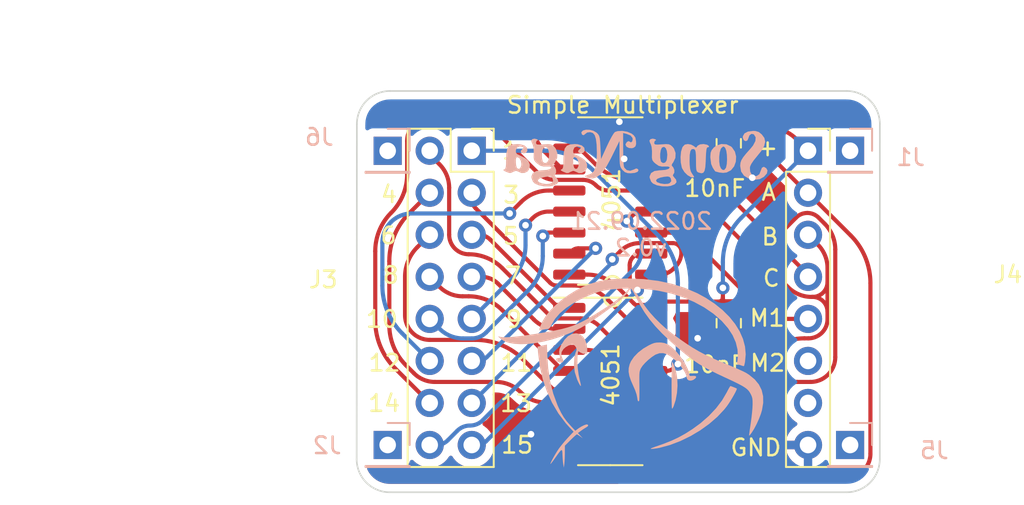
<source format=kicad_pcb>
(kicad_pcb (version 20211014) (generator pcbnew)
  (layers (0 "F.Cu" signal) (31 "B.Cu" signal) (34 "B.Paste" user) (35 "F.Paste" user) (36 "B.SilkS" user "B.Silkscreen") (37 "F.SilkS" user "F.Silkscreen") (38 "B.Mask" user) (39 "F.Mask" user) (44 "Edge.Cuts" user))
  (net 0 "")
  (net 1 "+3V3_A")
  (net 2 "GND")
  (net 3 "DRIFT")
  (net 4 "SHIFT")
  (net 5 "HOWL")
  (net 6 "SLITHER")
  (net 7 "CHANNEL_SELECT_A")
  (net 8 "CHANNEL_SELECT_B")
  (net 9 "CHANNEL_SELECT_C")
  (net 10 "MUX_1_SIGNAL")
  (net 11 "MUX_2_SIGNAL")
  (net 17 "GROWL")
  (net 18 "R")
  (net 19 "D")
  (net 20 "A")
  (net 21 "S")
  (net 22 "PD_MOD")
  (net 23 "PS_MOD")
  (net 24 "PH_MOD")
  (net 25 "SD_MOD")
  (net 26 "SS_MOD")
  (net 27 "SH_MOD")
  (net 28 "D|R")
  (footprint "Package_SO:SOIC-16_3.9x9.9mm_P1.27mm" (layer "F.Cu") (at 238.8 137.51 180)
    (fp_text reference "U2")
    (fp_text value "4051" (at -0.08 0.08 270) (layer "F.SilkS"))
    (pad "1" smd roundrect (at -2.475 -4.445 180) (size 1.95 0.6) (layers "F.Cu" "F.Paste" "F.Mask") (net 6 "SLITHER"))
    (pad "2" smd roundrect (at -2.475 -3.175 180) (size 1.95 0.6) (layers "F.Cu" "F.Paste" "F.Mask") (net 26 "SS_MOD"))
    (pad "3" smd roundrect (at -2.475 -1.905 180) (size 1.95 0.6) (layers "F.Cu" "F.Paste" "F.Mask") (net 10 "MUX_1_SIGNAL"))
    (pad "4" smd roundrect (at -2.475 -0.635 180) (size 1.95 0.6) (layers "F.Cu" "F.Paste" "F.Mask") (net 27 "SH_MOD"))
    (pad "5" smd roundrect (at -2.475 0.635 180) (size 1.95 0.6) (layers "F.Cu" "F.Paste" "F.Mask") (net 25 "SD_MOD"))
    (pad "6" smd roundrect (at -2.475 1.905 180) (size 1.95 0.6) (layers "F.Cu" "F.Paste" "F.Mask") (net 2 "GND"))
    (pad "7" smd roundrect (at -2.475 3.175 180) (size 1.95 0.6) (layers "F.Cu" "F.Paste" "F.Mask") (net 2 "GND"))
    (pad "8" smd roundrect (at -2.475 4.445 180) (size 1.95 0.6) (layers "F.Cu" "F.Paste" "F.Mask") (net 2 "GND"))
    (pad "9" smd roundrect (at 2.475 4.445 180) (size 1.95 0.6) (layers "F.Cu" "F.Paste" "F.Mask") (net 9 "CHANNEL_SELECT_C"))
    (pad "10" smd roundrect (at 2.475 3.175 180) (size 1.95 0.6) (layers "F.Cu" "F.Paste" "F.Mask") (net 8 "CHANNEL_SELECT_B"))
    (pad "11" smd roundrect (at 2.475 1.905 180) (size 1.95 0.6) (layers "F.Cu" "F.Paste" "F.Mask") (net 7 "CHANNEL_SELECT_A"))
    (pad "12" smd roundrect (at 2.475 0.635 180) (size 1.95 0.6) (layers "F.Cu" "F.Paste" "F.Mask") (net 24 "PH_MOD"))
    (pad "13" smd roundrect (at 2.475 -0.635 180) (size 1.95 0.6) (layers "F.Cu" "F.Paste" "F.Mask") (net 28 "D|R"))
    (pad "14" smd roundrect (at 2.475 -1.905 180) (size 1.95 0.6) (layers "F.Cu" "F.Paste" "F.Mask") (net 22 "PD_MOD"))
    (pad "15" smd roundrect (at 2.475 -3.175 180) (size 1.95 0.6) (layers "F.Cu" "F.Paste" "F.Mask") (net 23 "PS_MOD"))
    (pad "16" smd roundrect (at 2.475 -4.445 180) (size 1.95 0.6) (layers "F.Cu" "F.Paste" "F.Mask") (net 1 "+3V3_A"))
  )
  (footprint "Connector_PinSocket_2.54mm:PinSocket_1x08_P2.54mm_Vertical" (layer "F.Cu") (at 250.75 134.47)
    (fp_text reference "J4" (at 12.08 7.48) (layer "F.SilkS"))
    (fp_text value locked "Conn_01x08_Female")
    (pad "1" thru_hole rect (at 0 0) (size 1.7 1.7) (drill 1) (layers *.Cu *.Mask) (net 1 "+3V3_A"))
    (pad "2" thru_hole oval (at 0 2.54) (size 1.7 1.7) (drill 1) (layers *.Cu *.Mask) (net 7 "CHANNEL_SELECT_A"))
    (pad "3" thru_hole oval (at 0 5.08) (size 1.7 1.7) (drill 1) (layers *.Cu *.Mask) (net 8 "CHANNEL_SELECT_B"))
    (pad "4" thru_hole oval (at 0 7.62) (size 1.7 1.7) (drill 1) (layers *.Cu *.Mask) (net 9 "CHANNEL_SELECT_C"))
    (pad "5" thru_hole oval (at 0 10.16) (size 1.7 1.7) (drill 1) (layers *.Cu *.Mask) (net 10 "MUX_1_SIGNAL"))
    (pad "6" thru_hole oval (at 0 12.7) (size 1.7 1.7) (drill 1) (layers *.Cu *.Mask) (net 11 "MUX_2_SIGNAL"))
    (pad "7" thru_hole oval (at 0 15.24) (size 1.7 1.7) (drill 1) (layers *.Cu *.Mask))
    (pad "8" thru_hole oval (at 0 17.78) (size 1.7 1.7) (drill 1) (layers *.Cu *.Mask) (net 2 "GND"))
  )
  (footprint "Capacitor_SMD:C_0805_2012Metric" (layer "F.Cu") (at 245.96 144.89 -90)
    (fp_text reference "C2")
    (fp_text value "10nF" (at 2.5 0.85 180) (layer "F.SilkS"))
    (pad "1" smd roundrect (at -0.95 0 270) (size 1 1.45) (layers "F.Cu" "F.Paste" "F.Mask") (net 1 "+3V3_A"))
    (pad "2" smd roundrect (at 0.95 0 270) (size 1 1.45) (layers "F.Cu" "F.Paste" "F.Mask") (net 2 "GND"))
  )
  (footprint "Capacitor_SMD:C_0805_2012Metric" (layer "F.Cu") (at 245.96 134.02 -90)
    (fp_text reference "C1")
    (fp_text value "10nF" (at 2.72 0.84 180) (layer "F.SilkS"))
    (pad "1" smd roundrect (at -0.95 0 270) (size 1 1.45) (layers "F.Cu" "F.Paste" "F.Mask") (net 1 "+3V3_A"))
    (pad "2" smd roundrect (at 0.95 0 270) (size 1 1.45) (layers "F.Cu" "F.Paste" "F.Mask") (net 2 "GND"))
  )
  (footprint "Connector_PinSocket_2.54mm:PinSocket_2x08_P2.54mm_Vertical" (layer "F.Cu") (at 230.43 134.47)
    (fp_text reference "J3" (at -8.97 7.79) (layer "F.SilkS"))
    (fp_text value "Conn_02x08_Counter_Clockwise")
    (pad "1" thru_hole rect (at 0 0) (size 1.7 1.7) (drill 1) (layers *.Cu *.Mask) (net 3 "DRIFT"))
    (pad "2" thru_hole oval (at -2.54 0) (size 1.7 1.7) (drill 1) (layers *.Cu *.Mask) (net 4 "SHIFT"))
    (pad "3" thru_hole oval (at 0 2.54) (size 1.7 1.7) (drill 1) (layers *.Cu *.Mask) (net 17 "GROWL"))
    (pad "4" thru_hole oval (at -2.54 2.54) (size 1.7 1.7) (drill 1) (layers *.Cu *.Mask) (net 5 "HOWL"))
    (pad "5" thru_hole oval (at 0 5.08) (size 1.7 1.7) (drill 1) (layers *.Cu *.Mask) (net 18 "R"))
    (pad "6" thru_hole oval (at -2.54 5.08) (size 1.7 1.7) (drill 1) (layers *.Cu *.Mask) (net 19 "D"))
    (pad "7" thru_hole oval (at 0 7.62) (size 1.7 1.7) (drill 1) (layers *.Cu *.Mask) (net 20 "A"))
    (pad "8" thru_hole oval (at -2.54 7.62) (size 1.7 1.7) (drill 1) (layers *.Cu *.Mask) (net 21 "S"))
    (pad "9" thru_hole oval (at 0 10.16) (size 1.7 1.7) (drill 1) (layers *.Cu *.Mask) (net 28 "D|R"))
    (pad "10" thru_hole oval (at -2.54 10.16) (size 1.7 1.7) (drill 1) (layers *.Cu *.Mask) (net 22 "PD_MOD"))
    (pad "11" thru_hole oval (at 0 12.7) (size 1.7 1.7) (drill 1) (layers *.Cu *.Mask) (net 23 "PS_MOD"))
    (pad "12" thru_hole oval (at -2.54 12.7) (size 1.7 1.7) (drill 1) (layers *.Cu *.Mask) (net 24 "PH_MOD"))
    (pad "13" thru_hole oval (at 0 15.24) (size 1.7 1.7) (drill 1) (layers *.Cu *.Mask) (net 6 "SLITHER"))
    (pad "14" thru_hole oval (at -2.54 15.24) (size 1.7 1.7) (drill 1) (layers *.Cu *.Mask) (net 25 "SD_MOD"))
    (pad "15" thru_hole oval (at 0 17.78) (size 1.7 1.7) (drill 1) (layers *.Cu *.Mask) (net 26 "SS_MOD"))
    (pad "16" thru_hole oval (at -2.54 17.78) (size 1.7 1.7) (drill 1) (layers *.Cu *.Mask) (net 27 "SH_MOD"))
  )
  (footprint "Package_SO:SOIC-16_3.9x9.9mm_P1.27mm" (layer "F.Cu") (at 238.8 148.41)
    (fp_text reference "U1")
    (fp_text value "4051" (at 0.03 -0.39 90) (layer "F.SilkS"))
    (pad "1" smd roundrect (at -2.475 -4.445) (size 1.95 0.6) (layers "F.Cu" "F.Paste" "F.Mask") (net 18 "R"))
    (pad "2" smd roundrect (at -2.475 -3.175) (size 1.95 0.6) (layers "F.Cu" "F.Paste" "F.Mask") (net 20 "A"))
    (pad "3" smd roundrect (at -2.475 -1.905) (size 1.95 0.6) (layers "F.Cu" "F.Paste" "F.Mask") (net 10 "MUX_1_SIGNAL"))
    (pad "4" smd roundrect (at -2.475 -0.635) (size 1.95 0.6) (layers "F.Cu" "F.Paste" "F.Mask") (net 21 "S"))
    (pad "5" smd roundrect (at -2.475 0.635) (size 1.95 0.6) (layers "F.Cu" "F.Paste" "F.Mask") (net 19 "D"))
    (pad "6" smd roundrect (at -2.475 1.905) (size 1.95 0.6) (layers "F.Cu" "F.Paste" "F.Mask") (net 2 "GND"))
    (pad "7" smd roundrect (at -2.475 3.175) (size 1.95 0.6) (layers "F.Cu" "F.Paste" "F.Mask") (net 2 "GND"))
    (pad "8" smd roundrect (at -2.475 4.445) (size 1.95 0.6) (layers "F.Cu" "F.Paste" "F.Mask") (net 2 "GND"))
    (pad "9" smd roundrect (at 2.475 4.445) (size 1.95 0.6) (layers "F.Cu" "F.Paste" "F.Mask") (net 9 "CHANNEL_SELECT_C"))
    (pad "10" smd roundrect (at 2.475 3.175) (size 1.95 0.6) (layers "F.Cu" "F.Paste" "F.Mask") (net 8 "CHANNEL_SELECT_B"))
    (pad "11" smd roundrect (at 2.475 1.905) (size 1.95 0.6) (layers "F.Cu" "F.Paste" "F.Mask") (net 7 "CHANNEL_SELECT_A"))
    (pad "12" smd roundrect (at 2.475 0.635) (size 1.95 0.6) (layers "F.Cu" "F.Paste" "F.Mask") (net 5 "HOWL"))
    (pad "13" smd roundrect (at 2.475 -0.635) (size 1.95 0.6) (layers "F.Cu" "F.Paste" "F.Mask") (net 3 "DRIFT"))
    (pad "14" smd roundrect (at 2.475 -1.905) (size 1.95 0.6) (layers "F.Cu" "F.Paste" "F.Mask") (net 4 "SHIFT"))
    (pad "15" smd roundrect (at 2.475 -3.175) (size 1.95 0.6) (layers "F.Cu" "F.Paste" "F.Mask") (net 17 "GROWL"))
    (pad "16" smd roundrect (at 2.475 -4.445) (size 1.95 0.6) (layers "F.Cu" "F.Paste" "F.Mask") (net 1 "+3V3_A"))
  )
  (footprint "LOGO" (layer "B.Cu") (at 240.04 147.98 180)
    (fp_text reference "G1" hide)
    (fp_text value "LOGO" hide)
  )
  (footprint "Connector_PinHeader_2.54mm:PinHeader_1x01_P2.54mm_Vertical" (layer "B.Cu") (at 253.29 152.25 180)
    (fp_text reference "J5" (at -5.09 -0.33) (layer "B.SilkS") (effects (justify mirror)))
    (fp_text value "Conn_01x01_Male")
    (pad "1" thru_hole rect (at 0 0 180) (size 1.7 1.7) (drill 1) (layers *.Cu *.Mask))
  )
  (footprint "Connector_PinHeader_2.54mm:PinHeader_1x01_P2.54mm_Vertical" (layer "B.Cu") (at 225.35 134.475 180)
    (fp_text reference "J6" (at 4.13 0.83) (layer "B.SilkS") (effects (justify mirror)))
    (fp_text value "Conn_01x01_Male")
    (pad "1" thru_hole rect (at 0 0 180) (size 1.7 1.7) (drill 1) (layers *.Cu *.Mask))
  )
  (footprint "Connector_PinHeader_2.54mm:PinHeader_1x01_P2.54mm_Vertical" (layer "B.Cu") (at 253.29 134.47 180)
    (fp_text reference "J1" (at -3.66 -0.4) (layer "B.SilkS") (effects (justify mirror)))
    (fp_text value "Conn_01x01_Male")
    (pad "1" thru_hole rect (at 0 0 180) (size 1.7 1.7) (drill 1) (layers *.Cu *.Mask))
  )
  (footprint "Connector_PinHeader_2.54mm:PinHeader_1x01_P2.54mm_Vertical" (layer "B.Cu") (at 225.35 152.25 180)
    (fp_text reference "J2" (at 3.66 -0.03) (layer "B.SilkS") (effects (justify mirror)))
    (fp_text value "Conn_01x01_Male")
    (pad "1" thru_hole rect (at 0 0 180) (size 1.7 1.7) (drill 1) (layers *.Cu *.Mask))
  )
  (footprint "LOGO" (layer "B.Cu") (at 240.3 134.57 180)
    (fp_text reference "G2" hide)
    (fp_text value "LOGO" hide)
  )
  (gr_arc (start 238.44 142.55) (mid 238.94 142.05) (end 239.44 142.55) (layer "F.SilkS") (width 0.15))
  (gr_arc (start 239.44 143.37) (mid 238.94 143.87) (end 238.44 143.37) (layer "F.SilkS") (width 0.15))
  (gr_arc (start 225.475786 155.105786) (mid 224.061586 154.519994) (end 223.475786 153.105786) (layer "Edge.Cuts") (width 0.1))
  (gr_line (start 255.09 132.86) (end 255.085786 153.105786) (layer "Edge.Cuts") (width 0.1))
  (gr_arc (start 253.09 130.86) (mid 254.504214 131.445786) (end 255.09 132.86) (layer "Edge.Cuts") (width 0.1))
  (gr_line (start 253.085786 155.105786) (end 225.475786 155.105786) (layer "Edge.Cuts") (width 0.1))
  (gr_line (start 223.475786 153.105786) (end 223.49 132.86) (layer "Edge.Cuts") (width 0.1))
  (gr_arc (start 255.085786 153.105786) (mid 254.500004 154.520004) (end 253.085786 155.105786) (layer "Edge.Cuts") (width 0.1))
  (gr_arc (start 223.49 132.86) (mid 224.075786 131.445786) (end 225.49 130.86) (layer "Edge.Cuts") (width 0.1))
  (gr_line (start 225.49 130.86) (end 253.09 130.86) (layer "Edge.Cuts") (width 0.1))
  (gr_text "2022.09.21\nv0.2" (at 240.66 139.53) (layer "B.SilkS") (effects (font (size 1 1)) (justify mirror)))
  (gr_text "M1" (at 248.28 144.58) (layer "F.SilkS") (effects (font (size 1 1))))
  (gr_text "13" (at 233.11 149.74) (layer "F.SilkS") (effects (font (size 1 1))))
  (gr_text "4" (at 225.43 137.11) (layer "F.SilkS") (effects (font (size 1 1))))
  (gr_text "9" (at 232.97 144.66) (layer "F.SilkS") (effects (font (size 1 1))))
  (gr_text "1" (at 232.75 134.48) (layer "F.SilkS") (effects (font (size 1 1))))
  (gr_text "C" (at 248.53 142.17) (layer "F.SilkS") (effects (font (size 1 1))))
  (gr_text "A" (at 248.38 136.97) (layer "F.SilkS") (effects (font (size 1 1))))
  (gr_text "7" (at 232.93 142.02) (layer "F.SilkS") (effects (font (size 1 1))))
  (gr_text "3" (at 232.82 137.14) (layer "F.SilkS") (effects (font (size 1 1))))
  (gr_text "6" (at 225.4 139.6) (layer "F.SilkS") (effects (font (size 1 1))))
  (gr_text "5" (at 232.79 139.63) (layer "F.SilkS") (effects (font (size 1 1))))
  (gr_text "14" (at 225.14 149.73) (layer "F.SilkS") (effects (font (size 1 1))))
  (gr_text "GND" (at 247.6 152.41) (layer "F.SilkS") (effects (font (size 1 1))))
  (gr_text "+" (at 248.31 134.28) (layer "F.SilkS") (effects (font (size 1 1))))
  (gr_text "11" (at 233.13 147.3) (layer "F.SilkS") (effects (font (size 1 1))))
  (gr_text "10" (at 225 144.65) (layer "F.SilkS") (effects (font (size 1 1))))
  (gr_text "Simple Multiplexer" (at 239.55 131.71) (layer "F.SilkS") (effects (font (size 1 1))))
  (gr_text "M2" (at 248.31 147.3) (layer "F.SilkS") (effects (font (size 1 1))))
  (gr_text "B" (at 248.45 139.67) (layer "F.SilkS") (effects (font (size 1 1))))
  (gr_text "15" (at 233.17 152.25) (layer "F.SilkS") (effects (font (size 1 1))))
  (gr_text "8" (at 225.54 141.99) (layer "F.SilkS") (effects (font (size 1 1))))
  (gr_text "12" (at 225.16 147.29) (layer "F.SilkS") (effects (font (size 1 1))))
  (segment (start 241.006582 143.965) (end 240.88445 143.965) (width 0.25) (layer "F.Cu") (net 1))
  (segment (start 245.7827 143.7627) (end 245.96 143.94) (width 0.25) (layer "F.Cu") (net 1))
  (segment (start 237.40445 141.955) (end 236.325 141.955) (width 0.25) (layer "F.Cu") (net 1))
  (segment (start 250.05 133.77) (end 250.75 134.47) (width 0.25) (layer "F.Cu") (net 1))
  (segment (start 245.6054 143.334659) (end 245.6054 142.7573) (width 0.25) (layer "F.Cu") (net 1))
  (segment (start 239.247186 142.718286) (end 240.217739 143.688839) (width 0.25) (layer "F.Cu") (net 1))
  (segment (start 248.36005 133.07) (end 245.96 133.07) (width 0.25) (layer "F.Cu") (net 1))
  (segment (start 241.923017 143.5854) (end 245.354659 143.5854) (width 0.25) (layer "F.Cu") (net 1))
  (via (at 245.6054 142.7573) (size 0.8) (drill 0.4) (layers "F.Cu" "B.Cu") (net 1))
  (arc (start 241.923017 143.5854) (mid 241.675031 143.634727) (end 241.4648 143.7752) (width 0.25) (layer "F.Cu") (net 1))
  (arc (start 245.354659 143.5854) (mid 245.531959 143.511959) (end 245.6054 143.334659) (width 0.25) (layer "F.Cu") (net 1))
  (arc (start 245.7827 143.7627) (mid 245.586313 143.631478) (end 245.354659 143.5854) (width 0.25) (layer "F.Cu") (net 1))
  (arc (start 245.6054 143.334659) (mid 245.651478 143.566313) (end 245.7827 143.7627) (width 0.25) (layer "F.Cu") (net 1))
  (arc (start 239.247186 142.718286) (mid 238.401731 142.153371) (end 237.40445 141.955) (width 0.25) (layer "F.Cu") (net 1))
  (arc (start 241.4648 143.7752) (mid 241.254567 143.915672) (end 241.006582 143.965) (width 0.25) (layer "F.Cu") (net 1))
  (arc (start 240.217739 143.688839) (mid 240.523628 143.893228) (end 240.88445 143.965) (width 0.25) (layer "F.Cu") (net 1))
  (arc (start 250.05 133.77) (mid 249.274644 133.251924) (end 248.36005 133.07) (width 0.25) (layer "F.Cu") (net 1))
  (segment (start 250.75 134.48) (end 250.75 134.47) (width 0.25) (layer "B.Cu") (net 1))
  (segment (start 250.742928 134.497071) (end 246.709441 138.530558) (width 0.25) (layer "B.Cu") (net 1))
  (segment (start 245.6054 142.7573) (end 245.6054 141.19595) (width 0.25) (layer "B.Cu") (net 1))
  (arc (start 246.709441 138.530558) (mid 245.89233 139.75345) (end 245.6054 141.19595) (width 0.25) (layer "B.Cu") (net 1))
  (arc (start 250.75 134.48) (mid 250.748162 134.489238) (end 250.742928 134.497071) (width 0.25) (layer "B.Cu") (net 1))
  (segment (start 241.1025 132.8925) (end 241.275 133.065) (width 0.25) (layer "F.Cu") (net 2))
  (segment (start 239.35 132.72) (end 240.686048 132.72) (width 0.25) (layer "F.Cu") (net 2))
  (segment (start 239.64 134.96) (end 239.9525 134.6475) (width 0.25) (layer "F.Cu") (net 2))
  (segment (start 240.706941 134.335) (end 241.275 134.335) (width 0.25) (layer "F.Cu") (net 2))
  (via (at 239.64 134.96) (size 0.8) (drill 0.4) (layers "F.Cu" "B.Cu") (net 2))
  (via (at 244.08 145.8) (size 0.8) (drill 0.4) (layers "F.Cu" "B.Cu") (net 2))
  (via (at 234.01 151.6) (size 0.8) (drill 0.4) (layers "F.Cu" "B.Cu") (net 2))
  (via (at 247.38 136.1) (size 0.8) (drill 0.4) (layers "F.Cu" "B.Cu") (net 2))
  (via (at 239.35 132.72) (size 0.8) (drill 0.4) (layers "F.Cu" "B.Cu") (net 2))
  (arc (start 241.1025 132.8925) (mid 240.91143 132.764831) (end 240.686048 132.72) (width 0.25) (layer "F.Cu") (net 2))
  (arc (start 240.706941 134.335) (mid 240.29864 134.416216) (end 239.9525 134.6475) (width 0.25) (layer "F.Cu") (net 2))
  (segment (start 242.176521 147.775) (end 241.275 147.775) (width 0.25) (layer "F.Cu") (net 3))
  (segment (start 242.8848 147.3601) (end 242.67735 147.56755) (width 0.25) (layer "F.Cu") (net 3))
  (via (at 242.8848 147.3601) (size 0.8) (drill 0.4) (layers "F.Cu" "B.Cu") (net 3))
  (arc (start 242.67735 147.56755) (mid 242.447567 147.721085) (end 242.176521 147.775) (width 0.25) (layer "F.Cu") (net 3))
  (segment (start 234.891727 134.47) (end 230.43 134.47) (width 0.25) (layer "B.Cu") (net 3))
  (segment (start 242.8848 142.463072) (end 242.8848 147.3601) (width 0.25) (layer "B.Cu") (net 3))
  (segment (start 241.689455 139.577255) (end 237.777544 135.665344) (width 0.25) (layer "B.Cu") (net 3))
  (arc (start 237.777544 135.665344) (mid 236.45352 134.780659) (end 234.891727 134.47) (width 0.25) (layer "B.Cu") (net 3))
  (arc (start 241.689455 139.577255) (mid 242.574139 140.901279) (end 242.8848 142.463072) (width 0.25) (layer "B.Cu") (net 3))
  (segment (start 228.47765 135.28765) (end 227.971317 134.781317) (width 0.25) (layer "F.Cu") (net 4))
  (segment (start 229.0653 136.706362) (end 229.0653 139.5401) (width 0.25) (layer "F.Cu") (net 4))
  (segment (start 238.970033 145.902933) (end 238.13197 145.06487) (width 0.25) (layer "F.Cu") (net 4))
  (segment (start 240.42355 146.505) (end 241.275 146.505) (width 0.25) (layer "F.Cu") (net 4))
  (segment (start 227.89 134.585) (end 227.89 134.47) (width 0.25) (layer "F.Cu") (net 4))
  (segment (start 232.274033 141.563533) (end 235.175941 144.465441) (width 0.25) (layer "F.Cu") (net 4))
  (segment (start 237.009675 144.6) (end 235.500796 144.6) (width 0.25) (layer "F.Cu") (net 4))
  (arc (start 238.970033 145.902933) (mid 239.636912 146.348527) (end 240.42355 146.505) (width 0.25) (layer "F.Cu") (net 4))
  (arc (start 232.274033 141.563533) (mid 231.345674 140.943223) (end 230.2506 140.7254) (width 0.25) (layer "F.Cu") (net 4))
  (arc (start 229.0653 139.5401) (mid 229.412466 140.378233) (end 230.2506 140.7254) (width 0.25) (layer "F.Cu") (net 4))
  (arc (start 227.89 134.585) (mid 227.911133 134.691246) (end 227.971317 134.781317) (width 0.25) (layer "F.Cu") (net 4))
  (arc (start 238.13197 145.06487) (mid 237.617057 144.720816) (end 237.009675 144.6) (width 0.25) (layer "F.Cu") (net 4))
  (arc (start 228.47765 135.28765) (mid 228.912574 135.93856) (end 229.0653 136.706362) (width 0.25) (layer "F.Cu") (net 4))
  (arc (start 235.175941 144.465441) (mid 235.324986 144.565029) (end 235.500796 144.6) (width 0.25) (layer "F.Cu") (net 4))
  (segment (start 231.887887 148.44) (end 228.203845 148.44) (width 0.25) (layer "F.Cu") (net 5))
  (segment (start 226.45575 147.43425) (end 226.936583 147.915083) (width 0.25) (layer "F.Cu") (net 5))
  (segment (start 226.645344 138.254655) (end 227.89 137.01) (width 0.25) (layer "F.Cu") (net 5))
  (segment (start 225.45 145.006154) (end 225.45 141.140472) (width 0.25) (layer "F.Cu") (net 5))
  (segment (start 240.9575 149.3625) (end 241.275 149.045) (width 0.25) (layer "F.Cu") (net 5))
  (segment (start 240.190987 149.68) (end 234.881512 149.68) (width 0.25) (layer "F.Cu") (net 5))
  (arc (start 226.936583 147.915083) (mid 227.518008 148.303578) (end 228.203845 148.44) (width 0.25) (layer "F.Cu") (net 5))
  (arc (start 240.9575 149.3625) (mid 240.60582 149.597484) (end 240.190987 149.68) (width 0.25) (layer "F.Cu") (net 5))
  (arc (start 233.3847 149.06) (mid 234.071443 149.518867) (end 234.881512 149.68) (width 0.25) (layer "F.Cu") (net 5))
  (arc (start 225.45 145.006154) (mid 225.711385 146.32023) (end 226.45575 147.43425) (width 0.25) (layer "F.Cu") (net 5))
  (arc (start 226.645344 138.254655) (mid 225.760659 139.578679) (end 225.45 141.140472) (width 0.25) (layer "F.Cu") (net 5))
  (arc (start 233.3847 149.06) (mid 232.697956 148.601132) (end 231.887887 148.44) (width 0.25) (layer "F.Cu") (net 5))
  (segment (start 238.92 141.03) (end 239.41 140.54) (width 0.25) (layer "F.Cu") (net 6))
  (segment (start 242.565 140.05) (end 240.592964 140.05) (width 0.25) (layer "F.Cu") (net 6))
  (segment (start 241.77 141.955) (end 241.275 141.955) (width 0.25) (layer "F.Cu") (net 6))
  (segment (start 242.721697 141.498301) (end 242.615017 141.604982) (width 0.25) (layer "F.Cu") (net 6))
  (via (at 238.92 141.03) (size 0.8) (drill 0.4) (layers "F.Cu" "B.Cu") (net 6))
  (arc (start 242.615017 141.604982) (mid 242.22732 141.864033) (end 241.77 141.955) (width 0.25) (layer "F.Cu") (net 6))
  (arc (start 240.592964 140.05) (mid 239.952748 140.177346) (end 239.41 140.54) (width 0.25) (layer "F.Cu") (net 6))
  (arc (start 243.1 140.585) (mid 243.001682 141.079275) (end 242.721697 141.498301) (width 0.25) (layer "F.Cu") (net 6))
  (arc (start 243.1 140.585) (mid 242.943302 140.206697) (end 242.565 140.05) (width 0.25) (layer "F.Cu") (net 6))
  (segment (start 238.852824 141.287175) (end 230.43 149.71) (width 0.25) (layer "B.Cu") (net 6))
  (segment (start 238.92 141.03) (end 238.92 141.125) (width 0.25) (layer "B.Cu") (net 6))
  (arc (start 238.92 141.125) (mid 238.902541 141.212768) (end 238.852824 141.287175) (width 0.25) (layer "B.Cu") (net 6))
  (segment (start 254.52 142.470472) (end 254.52 152.77603) (width 0.25) (layer "F.Cu") (net 7))
  (segment (start 239.772499 150.867499) (end 239.989124 150.650875) (width 0.25) (layer "F.Cu") (net 7))
  (segment (start 235.771532 135.460432) (end 234.847931 134.536831) (width 0.25) (layer "F.Cu") (net 7))
  (segment (start 250.668786 136.988786) (end 248.826668 135.146668) (width 0.25) (layer "F.Cu") (net 7))
  (segment (start 240.8 150.315) (end 241.275 150.315) (width 0.25) (layer "F.Cu") (net 7))
  (segment (start 239.22 152.201352) (end 239.22 152.793101) (width 0.25) (layer "F.Cu") (net 7))
  (segment (start 240.636898 154.21) (end 253.08603 154.21) (width 0.25) (layer "F.Cu") (net 7))
  (segment (start 240.638167 131.75) (end 235.14945 131.75) (width 0.25) (layer "F.Cu") (net 7))
  (segment (start 250.771213 137.031213) (end 253.324655 139.584655) (width 0.25) (layer "F.Cu") (net 7))
  (segment (start 236.12055 135.605) (end 236.325 135.605) (width 0.25) (layer "F.Cu") (net 7))
  (segment (start 243.3783 132.885) (end 243.386631 132.893331) (width 0.25) (layer "F.Cu") (net 7))
  (arc (start 250.771213 137.031213) (mid 250.747716 137.015513) (end 250.72 137.01) (width 0.25) (layer "F.Cu") (net 7))
  (arc (start 239.772499 150.867499) (mid 239.363589 151.479476) (end 239.22 152.201352) (width 0.25) (layer "F.Cu") (net 7))
  (arc (start 243.3783 132.885) (mid 242.121116 132.044976) (end 240.638167 131.75) (width 0.25) (layer "F.Cu") (net 7))
  (arc (start 243.386631 132.893331) (mid 244.634586 133.727188) (end 246.10665 134.02) (width 0.25) (layer "F.Cu") (net 7))
  (arc (start 254.52 152.77603) (mid 254.410845 153.324786) (end 254.1 153.79) (width 0.25) (layer "F.Cu") (net 7))
  (arc (start 235.771532 135.460432) (mid 235.931662 135.567428) (end 236.12055 135.605) (width 0.25) (layer "F.Cu") (net 7))
  (arc (start 254.1 153.79) (mid 253.634786 154.100845) (end 253.08603 154.21) (width 0.25) (layer "F.Cu") (net 7))
  (arc (start 235.14945 131.75) (mid 234.421518 132.051518) (end 234.12 132.77945) (width 0.25) (layer "F.Cu") (net 7))
  (arc (start 240.8 150.315) (mid 240.361157 150.402291) (end 239.989124 150.650875) (width 0.25) (layer "F.Cu") (net 7))
  (arc (start 239.22 152.793101) (mid 239.327854 153.335324) (end 239.635 153.795) (width 0.25) (layer "F.Cu") (net 7))
  (arc (start 253.324655 139.584655) (mid 254.209339 140.908679) (end 254.52 142.470472) (width 0.25) (layer "F.Cu") (net 7))
  (arc (start 248.826668 135.146668) (mid 247.578713 134.312811) (end 246.10665 134.02) (width 0.25) (layer "F.Cu") (net 7))
  (arc (start 250.668786 136.988786) (mid 250.692283 137.004486) (end 250.72 137.01) (width 0.25) (layer "F.Cu") (net 7))
  (arc (start 234.12 132.77945) (mid 234.309183 133.730537) (end 234.847931 134.536831) (width 0.25) (layer "F.Cu") (net 7))
  (arc (start 239.635 153.795) (mid 240.094674 154.102145) (end 240.636898 154.21) (width 0.25) (layer "F.Cu") (net 7))
  (segment (start 244.09418 150.848618) (end 248.151056 146.791743) (width 0.25) (layer "F.Cu") (net 8))
  (segment (start 251.3386 140.1386) (end 250.75 139.55) (width 0.25) (layer "F.Cu") (net 8))
  (segment (start 251.9272 142.4059) (end 251.9272 144.2001) (width 0.25) (layer "F.Cu") (net 8))
  (segment (start 251.9272 141.559606) (end 251.9272 142.4059) (width 0.25) (layer "F.Cu") (net 8))
  (segment (start 251.0301 143.303) (end 250.971199 143.303) (width 0.25) (layer "F.Cu") (net 8))
  (segment (start 243.814128 136.984128) (end 249.540304 142.710304) (width 0.25) (layer "F.Cu") (net 8))
  (segment (start 237.181934 134.558834) (end 237.9106 135.2875) (width 0.25) (layer "F.Cu") (net 8))
  (segment (start 251.9272 144.64915) (end 251.9272 144.2001) (width 0.25) (layer "F.Cu") (net 8))
  (segment (start 242.017644 136.24) (end 240.210138 136.24) (width 0.25) (layer "F.Cu") (net 8))
  (segment (start 236.64155 134.335) (end 236.325 134.335) (width 0.25) (layer "F.Cu") (net 8))
  (segment (start 250.77095 145.8054) (end 250.5323 145.8054) (width 0.25) (layer "F.Cu") (net 8))
  (segment (start 242.3164 151.585) (end 241.275 151.585) (width 0.25) (layer "F.Cu") (net 8))
  (arc (start 251.9272 144.64915) (mid 251.588542 145.466742) (end 250.77095 145.8054) (width 0.25) (layer "F.Cu") (net 8))
  (arc (start 249.540304 142.710304) (mid 250.196804 143.148963) (end 250.971199 143.303) (width 0.25) (layer "F.Cu") (net 8))
  (arc (start 244.09418 150.848618) (mid 243.278527 151.39362) (end 242.3164 151.585) (width 0.25) (layer "F.Cu") (net 8))
  (arc (start 250.5323 145.8054) (mid 249.24358 146.061742) (end 248.151056 146.791743) (width 0.25) (layer "F.Cu") (net 8))
  (arc (start 251.9272 144.2001) (mid 251.664445 143.565754) (end 251.0301 143.303) (width 0.25) (layer "F.Cu") (net 8))
  (arc (start 237.9106 135.2875) (mid 238.965637 135.992453) (end 240.210138 136.24) (width 0.25) (layer "F.Cu") (net 8))
  (arc (start 237.181934 134.558834) (mid 236.934003 134.393172) (end 236.64155 134.335) (width 0.25) (layer "F.Cu") (net 8))
  (arc (start 243.814128 136.984128) (mid 242.989894 136.433393) (end 242.017644 136.24) (width 0.25) (layer "F.Cu") (net 8))
  (arc (start 251.0301 143.303) (mid 251.664445 143.040245) (end 251.9272 142.4059) (width 0.25) (layer "F.Cu") (net 8))
  (arc (start 251.3386 140.1386) (mid 251.774227 140.790563) (end 251.9272 141.559606) (width 0.25) (layer "F.Cu") (net 8))
  (segment (start 250.026859 138.51164) (end 248.661277 139.877222) (width 0.25) (layer "F.Cu") (net 9))
  (segment (start 252.3958 146.940001) (end 252.3958 140.433362) (width 0.25) (layer "F.Cu") (net 9))
  (segment (start 248.681577 139.891577) (end 250.704038 141.914038) (width 0.25) (layer "F.Cu") (net 9))
  (segment (start 250.75 142.025) (end 250.75 142.09) (width 0.25) (layer "F.Cu") (net 9))
  (segment (start 248.646922 139.877222) (end 242.737205 133.967505) (width 0.25) (layer "F.Cu") (net 9))
  (segment (start 236.647 133.387) (end 236.325 133.065) (width 0.25) (layer "F.Cu") (net 9))
  (segment (start 242.62685 152.855) (end 241.275 152.855) (width 0.25) (layer "F.Cu") (net 9))
  (segment (start 250.895801 148.44) (end 250.084172 148.44) (width 0.25) (layer "F.Cu") (net 9))
  (segment (start 237.424376 133.709) (end 242.113119 133.709) (width 0.25) (layer "F.Cu") (net 9))
  (segment (start 251.38674 138.51164) (end 251.75045 138.87535) (width 0.25) (layer "F.Cu") (net 9))
  (segment (start 247.198355 149.635344) (end 244.934602 151.899097) (width 0.25) (layer "F.Cu") (net 9))
  (arc (start 250.084172 148.44) (mid 248.522379 148.750659) (end 247.198355 149.635344) (width 0.25) (layer "F.Cu") (net 9))
  (arc (start 250.7068 138.23) (mid 250.338818 138.303195) (end 250.026859 138.51164) (width 0.25) (layer "F.Cu") (net 9))
  (arc (start 242.737205 133.967505) (mid 242.450872 133.776183) (end 242.113119 133.709) (width 0.25) (layer "F.Cu") (net 9))
  (arc (start 250.704038 141.914038) (mid 250.738054 141.964947) (end 250.75 142.025) (width 0.25) (layer "F.Cu") (net 9))
  (arc (start 251.75045 138.87535) (mid 252.228078 139.590172) (end 252.3958 140.433362) (width 0.25) (layer "F.Cu") (net 9))
  (arc (start 251.38674 138.51164) (mid 251.074781 138.303195) (end 250.7068 138.23) (width 0.25) (layer "F.Cu") (net 9))
  (arc (start 252.3958 146.940001) (mid 251.95646 148.00066) (end 250.895801 148.44) (width 0.25) (layer "F.Cu") (net 9))
  (arc (start 248.681577 139.891577) (mid 248.673627 139.886265) (end 248.66425 139.8844) (width 0.25) (layer "F.Cu") (net 9))
  (arc (start 248.646922 139.877222) (mid 248.654099 139.880195) (end 248.661277 139.877222) (width 0.25) (layer "F.Cu") (net 9))
  (arc (start 236.647 133.387) (mid 237.003663 133.625314) (end 237.424376 133.709) (width 0.25) (layer "F.Cu") (net 9))
  (arc (start 248.66425 139.8844) (mid 248.654872 139.882534) (end 248.646922 139.877222) (width 0.25) (layer "F.Cu") (net 9))
  (arc (start 244.934602 151.899097) (mid 243.875796 152.606568) (end 242.62685 152.855) (width 0.25) (layer "F.Cu") (net 9))
  (arc (start 248.661277 139.877222) (mid 248.660365 139.881804) (end 248.66425 139.8844) (width 0.25) (layer "F.Cu") (net 9))
  (segment (start 248.71435 144.69665) (end 248.58105 144.82995) (width 0.25) (layer "F.Cu") (net 10))
  (segment (start 249.97155 144.63) (end 250.75 144.63) (width 0.25) (layer "F.Cu") (net 10))
  (segment (start 249.97155 144.63) (end 249.17785 144.63) (width 0.25) (layer "F.Cu") (net 10))
  (segment (start 249.17785 144.63) (end 248.875257 144.63) (width 0.25) (layer "F.Cu") (net 10))
  (segment (start 237.31415 146.505) (end 236.325 146.505) (width 0.25) (layer "F.Cu") (net 10))
  (segment (start 239.994287 148.195987) (end 239.002734 147.204434) (width 0.25) (layer "F.Cu") (net 10))
  (segment (start 242.28715 139.415) (end 241.275 139.415) (width 0.25) (layer "F.Cu") (net 10))
  (segment (start 244.015004 140.130691) (end 248.581049 144.69665) (width 0.25) (layer "F.Cu") (net 10))
  (segment (start 246.196344 147.214655) (end 248.58105 144.82995) (width 0.25) (layer "F.Cu") (net 10))
  (segment (start 243.310527 148.41) (end 240.51096 148.41) (width 0.25) (layer "F.Cu") (net 10))
  (arc (start 248.581049 144.69665) (mid 248.647699 144.724257) (end 248.71435 144.69665) (width 0.25) (layer "F.Cu") (net 10))
  (arc (start 239.994287 148.195987) (mid 240.231339 148.35438) (end 240.51096 148.41) (width 0.25) (layer "F.Cu") (net 10))
  (arc (start 239.002734 147.204434) (mid 238.228005 146.686776) (end 237.31415 146.505) (width 0.25) (layer "F.Cu") (net 10))
  (arc (start 244.015004 140.130691) (mid 243.222256 139.601001) (end 242.28715 139.415) (width 0.25) (layer "F.Cu") (net 10))
  (arc (start 248.875257 144.63) (mid 248.788174 144.647321) (end 248.71435 144.69665) (width 0.25) (layer "F.Cu") (net 10))
  (arc (start 246.196344 147.214655) (mid 244.87232 148.099339) (end 243.310527 148.41) (width 0.25) (layer "F.Cu") (net 10))
  (arc (start 248.58105 144.82995) (mid 248.608656 144.7633) (end 248.581049 144.69665) (width 0.25) (layer "F.Cu") (net 10))
  (segment (start 240.115004 144.932004) (end 238.667543 143.484543) (width 0.25) (layer "F.Cu") (net 17))
  (segment (start 240.8465 145.235) (end 241.275 145.235) (width 0.25) (layer "F.Cu") (net 17))
  (segment (start 236.5649 142.6136) (end 235.562624 142.6136) (width 0.25) (layer "F.Cu") (net 17))
  (segment (start 235.170973 142.451373) (end 230.677628 137.958028) (width 0.25) (layer "F.Cu") (net 17))
  (segment (start 230.43 137.3602) (end 230.43 137.01) (width 0.25) (layer "F.Cu") (net 17))
  (arc (start 235.170973 142.451373) (mid 235.350664 142.571438) (end 235.562624 142.6136) (width 0.25) (layer "F.Cu") (net 17))
  (arc (start 240.115004 144.932004) (mid 240.450617 145.156253) (end 240.8465 145.235) (width 0.25) (layer "F.Cu") (net 17))
  (arc (start 230.43 137.3602) (mid 230.494356 137.683742) (end 230.677628 137.958028) (width 0.25) (layer "F.Cu") (net 17))
  (arc (start 238.667543 143.484543) (mid 237.702842 142.83995) (end 236.5649 142.6136) (width 0.25) (layer "F.Cu") (net 17))
  (segment (start 236 143.965) (end 236.325 143.965) (width 0.25) (layer "F.Cu") (net 18))
  (segment (start 231.553449 139.843449) (end 235.44519 143.73519) (width 0.25) (layer "F.Cu") (net 18))
  (segment (start 230.845 139.55) (end 230.43 139.55) (width 0.25) (layer "F.Cu") (net 18))
  (arc (start 231.553449 139.843449) (mid 231.228409 139.626264) (end 230.845 139.55) (width 0.25) (layer "F.Cu") (net 18))
  (arc (start 235.44519 143.73519) (mid 235.699739 143.905274) (end 236 143.965) (width 0.25) (layer "F.Cu") (net 18))
  (segment (start 226.4 142.093589) (end 226.4 144.400001) (width 0.25) (layer "F.Cu") (net 19))
  (segment (start 235.206017 148.752717) (end 233.548644 147.095344) (width 0.25) (layer "F.Cu") (net 19))
  (segment (start 227.145 140.295) (end 227.89 139.55) (width 0.25) (layer "F.Cu") (net 19))
  (segment (start 227.899998 145.9) (end 230.662827 145.9) (width 0.25) (layer "F.Cu") (net 19))
  (segment (start 235.91165 149.045) (end 236.325 149.045) (width 0.25) (layer "F.Cu") (net 19))
  (arc (start 233.548644 147.095344) (mid 232.22462 146.210659) (end 230.662827 145.9) (width 0.25) (layer "F.Cu") (net 19))
  (arc (start 226.4 144.400001) (mid 226.839339 145.46066) (end 227.899998 145.9) (width 0.25) (layer "F.Cu") (net 19))
  (arc (start 227.145 140.295) (mid 226.593619 141.120199) (end 226.4 142.093589) (width 0.25) (layer "F.Cu") (net 19))
  (arc (start 235.206017 148.752717) (mid 235.529764 148.969038) (end 235.91165 149.045) (width 0.25) (layer "F.Cu") (net 19))
  (segment (start 231.01765 142.09) (end 230.43 142.09) (width 0.25) (layer "F.Cu") (net 20))
  (segment (start 235.53765 145.235) (end 236.325 145.235) (width 0.25) (layer "F.Cu") (net 20))
  (segment (start 232.020831 142.505531) (end 234.193559 144.678259) (width 0.25) (layer "F.Cu") (net 20))
  (arc (start 232.020831 142.505531) (mid 231.560567 142.197992) (end 231.01765 142.09) (width 0.25) (layer "F.Cu") (net 20))
  (arc (start 234.193559 144.678259) (mid 234.810233 145.090307) (end 235.53765 145.235) (width 0.25) (layer "F.Cu") (net 20))
  (segment (start 236.13525 147.775) (end 236.325 147.775) (width 0.25) (layer "F.Cu") (net 21))
  (segment (start 227.89 142.095) (end 227.89 142.09) (width 0.25) (layer "F.Cu") (net 21))
  (segment (start 235.811326 147.640826) (end 232.277433 144.106933) (width 0.25) (layer "F.Cu") (net 21))
  (segment (start 228.47265 142.68265) (end 227.893535 142.103535) (width 0.25) (layer "F.Cu") (net 21))
  (segment (start 230.24555 143.2653) (end 229.879291 143.2653) (width 0.25) (layer "F.Cu") (net 21))
  (arc (start 232.277433 144.106933) (mid 231.345197 143.484033) (end 230.24555 143.2653) (width 0.25) (layer "F.Cu") (net 21))
  (arc (start 227.89 142.095) (mid 227.890918 142.099619) (end 227.893535 142.103535) (width 0.25) (layer "F.Cu") (net 21))
  (arc (start 228.47265 142.68265) (mid 229.118022 143.113874) (end 229.879291 143.2653) (width 0.25) (layer "F.Cu") (net 21))
  (arc (start 235.811326 147.640826) (mid 235.959943 147.740129) (end 236.13525 147.775) (width 0.25) (layer "F.Cu") (net 21))
  (segment (start 235.081397 139.415) (end 236.325 139.415) (width 0.25) (layer "F.Cu") (net 22))
  (segment (start 234.7241 139.6243) (end 234.82875 139.51965) (width 0.25) (layer "F.Cu") (net 22))
  (via (at 234.7241 139.6243) (size 0.8) (drill 0.4) (layers "F.Cu" "B.Cu") (net 22))
  (arc (start 235.081397 139.415) (mid 234.944665 139.442197) (end 234.82875 139.51965) (width 0.25) (layer "F.Cu") (net 22))
  (segment (start 228.48005 145.22005) (end 227.89 144.63) (width 0.25) (layer "B.Cu") (net 22))
  (segment (start 233.874935 142.875264) (end 231.297603 145.452596) (width 0.25) (layer "B.Cu") (net 22))
  (segment (start 229.904556 145.8101) (end 230.434513 145.8101) (width 0.25) (layer "B.Cu") (net 22))
  (segment (start 234.7241 140.8252) (end 234.7241 139.6243) (width 0.25) (layer "B.Cu") (net 22))
  (arc (start 234.7241 140.8252) (mid 234.503409 141.934686) (end 233.874935 142.875264) (width 0.25) (layer "B.Cu") (net 22))
  (arc (start 231.297603 145.452596) (mid 230.901614 145.717187) (end 230.434513 145.8101) (width 0.25) (layer "B.Cu") (net 22))
  (arc (start 228.48005 145.22005) (mid 229.133619 145.656751) (end 229.904556 145.8101) (width 0.25) (layer "B.Cu") (net 22))
  (segment (start 236.48385 140.52615) (end 236.325 140.685) (width 0.25) (layer "F.Cu") (net 23))
  (segment (start 237.9134 140.3673) (end 236.867347 140.3673) (width 0.25) (layer "F.Cu") (net 23))
  (via (at 237.9134 140.3673) (size 0.8) (drill 0.4) (layers "F.Cu" "B.Cu") (net 23))
  (arc (start 236.867347 140.3673) (mid 236.6598 140.408583) (end 236.48385 140.52615) (width 0.25) (layer "F.Cu") (net 23))
  (segment (start 230.77035 147.17) (end 230.43 147.17) (width 0.25) (layer "B.Cu") (net 23))
  (segment (start 237.9134 140.3673) (end 231.351363 146.929336) (width 0.25) (layer "B.Cu") (net 23))
  (arc (start 231.351363 146.929336) (mid 231.084792 147.107453) (end 230.77035 147.17) (width 0.25) (layer "B.Cu") (net 23))
  (segment (start 232.72 138.26) (end 233.4125 137.5675) (width 0.25) (layer "F.Cu") (net 24))
  (segment (start 235.084342 136.875) (end 236.325 136.875) (width 0.25) (layer "F.Cu") (net 24))
  (via (at 232.72 138.26) (size 0.8) (drill 0.4) (layers "F.Cu" "B.Cu") (net 24))
  (arc (start 235.084342 136.875) (mid 234.179547 137.054974) (end 233.4125 137.5675) (width 0.25) (layer "F.Cu") (net 24))
  (segment (start 226.225344 145.505344) (end 227.89 147.17) (width 0.25) (layer "B.Cu") (net 24))
  (segment (start 225.03 142.619527) (end 225.03 140.035391) (width 0.25) (layer "B.Cu") (net 24))
  (segment (start 232.72 138.26) (end 226.805391 138.26) (width 0.25) (layer "B.Cu") (net 24))
  (arc (start 226.805391 138.26) (mid 226.125978 138.395143) (end 225.55 138.78) (width 0.25) (layer "B.Cu") (net 24))
  (arc (start 225.55 138.78) (mid 225.165143 139.355978) (end 225.03 140.035391) (width 0.25) (layer "B.Cu") (net 24))
  (arc (start 225.03 142.619527) (mid 225.340659 144.18132) (end 226.225344 145.505344) (width 0.25) (layer "B.Cu") (net 24))
  (segment (start 232.195344 133.585344) (end 234.383033 135.773033) (width 0.25) (layer "F.Cu") (net 25))
  (segment (start 229.309527 132.39) (end 228.025398 132.39) (width 0.25) (layer "F.Cu") (net 25))
  (segment (start 235.488664 136.231) (end 237.151023 136.231) (width 0.25) (layer "F.Cu") (net 25))
  (segment (start 238.705776 136.875) (end 241.275 136.875) (width 0.25) (layer "F.Cu") (net 25))
  (segment (start 226.5254 135.893336) (end 226.5254 133.889998) (width 0.25) (layer "F.Cu") (net 25))
  (segment (start 225.795344 147.615344) (end 227.89 149.71) (width 0.25) (layer "F.Cu") (net 25))
  (segment (start 224.6 144.729527) (end 224.6 140.541663) (width 0.25) (layer "F.Cu") (net 25))
  (arc (start 228.025398 132.39) (mid 226.964739 132.829339) (end 226.5254 133.889998) (width 0.25) (layer "F.Cu") (net 25))
  (arc (start 237.9284 136.553) (mid 238.285063 136.791314) (end 238.705776 136.875) (width 0.25) (layer "F.Cu") (net 25))
  (arc (start 234.383033 135.773033) (mid 234.890301 136.111978) (end 235.488664 136.231) (width 0.25) (layer "F.Cu") (net 25))
  (arc (start 225.5627 138.2175) (mid 224.850197 139.283835) (end 224.6 140.541663) (width 0.25) (layer "F.Cu") (net 25))
  (arc (start 226.5254 135.893336) (mid 226.275202 137.151164) (end 225.5627 138.2175) (width 0.25) (layer "F.Cu") (net 25))
  (arc (start 237.9284 136.553) (mid 237.571736 136.314685) (end 237.151023 136.231) (width 0.25) (layer "F.Cu") (net 25))
  (arc (start 232.195344 133.585344) (mid 230.87132 132.700659) (end 229.309527 132.39) (width 0.25) (layer "F.Cu") (net 25))
  (arc (start 224.6 144.729527) (mid 224.910659 146.29132) (end 225.795344 147.615344) (width 0.25) (layer "F.Cu") (net 25))
  (segment (start 239.9735 141.387474) (end 239.9735 142.090661) (width 0.25) (layer "F.Cu") (net 26))
  (segment (start 240.4377 142.8831) (end 240.2056 142.651) (width 0.25) (layer "F.Cu") (net 26))
  (segment (start 240.675974 140.685) (end 241.275 140.685) (width 0.25) (layer "F.Cu") (net 26))
  (via (at 240.4377 142.8831) (size 0.8) (drill 0.4) (layers "F.Cu" "B.Cu") (net 26))
  (arc (start 239.9735 142.090661) (mid 240.03382 142.393914) (end 240.2056 142.651) (width 0.25) (layer "F.Cu") (net 26))
  (arc (start 240.675974 140.685) (mid 240.407148 140.738472) (end 240.17925 140.89075) (width 0.25) (layer "F.Cu") (net 26))
  (arc (start 240.17925 140.89075) (mid 240.026972 141.118648) (end 239.9735 141.387474) (width 0.25) (layer "F.Cu") (net 26))
  (segment (start 230.7504 152.25) (end 230.43 152.25) (width 0.25) (layer "B.Cu") (net 26))
  (segment (start 240.4377 142.8831) (end 231.297357 152.023442) (width 0.25) (layer "B.Cu") (net 26))
  (arc (start 231.297357 152.023442) (mid 231.04641 152.191119) (end 230.7504 152.25) (width 0.25) (layer "B.Cu") (net 26))
  (segment (start 240.779403 138.145) (end 241.275 138.145) (width 0.25) (layer "F.Cu") (net 27))
  (segment (start 240.0858 138.4323) (end 239.7985 138.7196) (width 0.25) (layer "F.Cu") (net 27))
  (via (at 239.7985 138.7196) (size 0.8) (drill 0.4) (layers "F.Cu" "B.Cu") (net 27))
  (arc (start 240.779403 138.145) (mid 240.404027 138.219666) (end 240.0858 138.4323) (width 0.25) (layer "F.Cu") (net 27))
  (segment (start 231.092751 150.756148) (end 240.176912 141.671987) (width 0.25) (layer "B.Cu") (net 27))
  (segment (start 240.71 140.275627) (end 240.71 140.385) (width 0.25) (layer "B.Cu") (net 27))
  (segment (start 228.29395 152.25) (end 227.89 152.25) (width 0.25) (layer "B.Cu") (net 27))
  (segment (start 229.554648 151.393251) (end 228.983535 151.964364) (width 0.25) (layer "B.Cu") (net 27))
  (segment (start 239.7985 138.7196) (end 240.25425 139.17535) (width 0.25) (layer "B.Cu") (net 27))
  (arc (start 240.25425 139.17535) (mid 240.591554 139.680161) (end 240.71 140.275627) (width 0.25) (layer "B.Cu") (net 27))
  (arc (start 228.983535 151.964364) (mid 228.66715 152.175765) (end 228.29395 152.25) (width 0.25) (layer "B.Cu") (net 27))
  (arc (start 230.3237 151.0747) (mid 229.907492 151.157488) (end 229.554648 151.393251) (width 0.25) (layer "B.Cu") (net 27))
  (arc (start 240.71 140.385) (mid 240.571454 141.081512) (end 240.176912 141.671987) (width 0.25) (layer "B.Cu") (net 27))
  (arc (start 231.092751 150.756148) (mid 230.739907 150.991911) (end 230.3237 151.0747) (width 0.25) (layer "B.Cu") (net 27))
  (segment (start 235.088363 138.145) (end 236.325 138.145) (width 0.25) (layer "F.Cu") (net 28))
  (segment (start 233.68 138.97) (end 234.0925 138.5575) (width 0.25) (layer "F.Cu") (net 28))
  (via (at 233.68 138.97) (size 0.8) (drill 0.4) (layers "F.Cu" "B.Cu") (net 28))
  (arc (start 235.088363 138.145) (mid 234.549405 138.252205) (end 234.0925 138.5575) (width 0.25) (layer "F.Cu") (net 28))
  (segment (start 232.827936 142.232063) (end 230.43 144.63) (width 0.25) (layer "B.Cu") (net 28))
  (segment (start 233.68 138.97) (end 233.68 140.175) (width 0.25) (layer "B.Cu") (net 28))
  (arc (start 233.68 140.175) (mid 233.458555 141.288274) (end 232.827936 142.232063) (width 0.25) (layer "B.Cu") (net 28))
  (zone (net 2) (net_name "GND") (layers F&B.Cu) (connect_pads (clearance 0.508)) (min_thickness 0.254) (fill yes (thermal_gap 0.508) (thermal_bridge_width 0.508))
    (polygon (pts (xy 255.12 155.11) (xy 223.48 155.11) (xy 223.48 130.82) (xy 255.12 130.82)))
  )
)
</source>
